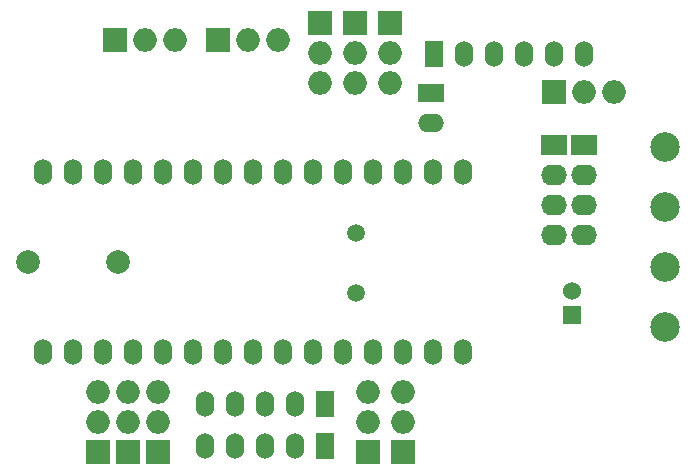
<source format=gbr>
G04 #@! TF.GenerationSoftware,KiCad,Pcbnew,(5.1.4)-1*
G04 #@! TF.CreationDate,2020-10-21T23:09:18-03:00*
G04 #@! TF.ProjectId,2020 - Equisdecito,32303230-202d-4204-9571-756973646563,rev?*
G04 #@! TF.SameCoordinates,Original*
G04 #@! TF.FileFunction,Soldermask,Bot*
G04 #@! TF.FilePolarity,Negative*
%FSLAX46Y46*%
G04 Gerber Fmt 4.6, Leading zero omitted, Abs format (unit mm)*
G04 Created by KiCad (PCBNEW (5.1.4)-1) date 2020-10-21 23:09:18*
%MOMM*%
%LPD*%
G04 APERTURE LIST*
%ADD10O,1.524000X2.197100*%
%ADD11O,1.524000X2.199640*%
%ADD12C,2.000000*%
%ADD13R,1.524000X2.199640*%
%ADD14O,2.200000X1.750000*%
%ADD15R,2.200000X1.750000*%
%ADD16C,2.500000*%
%ADD17O,2.199640X1.524000*%
%ADD18R,2.199640X1.524000*%
%ADD19O,2.000000X2.000000*%
%ADD20R,2.000000X2.000000*%
%ADD21R,1.524000X1.524000*%
%ADD22C,1.524000*%
%ADD23C,1.501140*%
G04 APERTURE END LIST*
D10*
X149780000Y-104620000D03*
X147240000Y-104620000D03*
X144700000Y-104620000D03*
X142160000Y-104620000D03*
X139620000Y-104620000D03*
X137080000Y-104620000D03*
X134540000Y-104620000D03*
X132000000Y-104620000D03*
X129460000Y-104620000D03*
X126920000Y-104620000D03*
X124380000Y-104620000D03*
D11*
X121840000Y-104620000D03*
X119300000Y-104620000D03*
X116760000Y-104620000D03*
X114220000Y-104620000D03*
X114220000Y-89380000D03*
X116760000Y-89380000D03*
X119300000Y-89380000D03*
X121840000Y-89380000D03*
X124380000Y-89380000D03*
X126920000Y-89380000D03*
X129460000Y-89380000D03*
X132000000Y-89380000D03*
X134540000Y-89380000D03*
X137080000Y-89380000D03*
X139620000Y-89380000D03*
X142160000Y-89380000D03*
X144700000Y-89380000D03*
X147240000Y-89380000D03*
X149780000Y-89380000D03*
D12*
X120550000Y-97000000D03*
X112950000Y-97000000D03*
D11*
X159960000Y-79330000D03*
X157420000Y-79330000D03*
X154880000Y-79330000D03*
X152340000Y-79330000D03*
X149800000Y-79330000D03*
D13*
X147260000Y-79330000D03*
D14*
X159990000Y-94652000D03*
X159990000Y-92112000D03*
X159990000Y-89572000D03*
D15*
X159990000Y-87032000D03*
D14*
X157450000Y-94652000D03*
X157450000Y-92112000D03*
X157450000Y-89572000D03*
D15*
X157450000Y-87032000D03*
D16*
X166878000Y-87228000D03*
X166878000Y-92308000D03*
D17*
X147040000Y-85190000D03*
D18*
X147040000Y-82650000D03*
D19*
X118872000Y-107960000D03*
X118872000Y-110500000D03*
D20*
X118872000Y-113040000D03*
D21*
X158960000Y-101460000D03*
D22*
X158960000Y-99460000D03*
D20*
X128960000Y-78200000D03*
D19*
X131500000Y-78200000D03*
X134040000Y-78200000D03*
D23*
X140716000Y-99568000D03*
X140716000Y-94488000D03*
D11*
X127880000Y-109000000D03*
X130420000Y-109000000D03*
X132960000Y-109000000D03*
X135500000Y-109000000D03*
D13*
X138040000Y-109000000D03*
X138080000Y-112500000D03*
D11*
X135540000Y-112500000D03*
X133000000Y-112500000D03*
X130460000Y-112500000D03*
X127920000Y-112500000D03*
D16*
X166878000Y-102468000D03*
X166878000Y-97388000D03*
D19*
X123952000Y-107960000D03*
X123952000Y-110500000D03*
D20*
X123952000Y-113040000D03*
X141700000Y-113040000D03*
D19*
X141700000Y-110500000D03*
X141700000Y-107960000D03*
X144700000Y-107960000D03*
X144700000Y-110500000D03*
D20*
X144700000Y-113040000D03*
X157460000Y-82590000D03*
D19*
X160000000Y-82590000D03*
X162540000Y-82590000D03*
D20*
X121412000Y-113040000D03*
D19*
X121412000Y-110500000D03*
X121412000Y-107960000D03*
D20*
X143600000Y-76760000D03*
D19*
X143600000Y-79300000D03*
X143600000Y-81840000D03*
X140600000Y-81840000D03*
X140600000Y-79300000D03*
D20*
X140600000Y-76760000D03*
X137600000Y-76760000D03*
D19*
X137600000Y-79300000D03*
X137600000Y-81840000D03*
X125330000Y-78150000D03*
X122790000Y-78150000D03*
D20*
X120250000Y-78150000D03*
M02*

</source>
